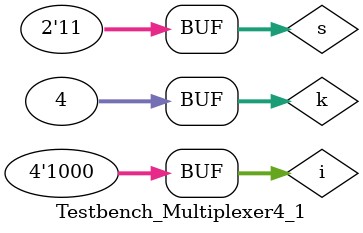
<source format=v>
`timescale 1ns / 1ps


module Testbench_Multiplexer4_1;

	// Inputs
	reg [3:0] i;
	reg [1:0] s;

	// Outputs
	wire y;

	// Instantiate the Unit Under Test (UUT)
	Multiplexer4_1 uut (
		.i(i), 
		.s(s), 
		.y(y)
	);

	integer k;

	initial begin
		// Initialize Inputs
		i = 0;
		s = 0;

		// Wait 100 ns for global reset to finish
		#100;
        
		// Add stimulus here
		for (k = 0; k < 4; k = k + 1) begin
			i = 4'b0001 << k;
			s = 2'b00; #50;
			s = 2'b01; #50;
			s = 2'b10; #50;
			s = 2'b11; #50;
		end
	end
      
endmodule


</source>
